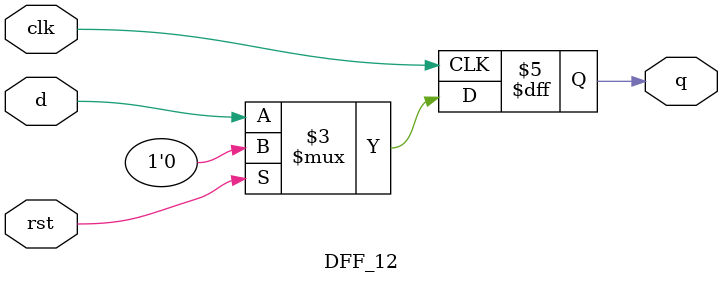
<source format=v>
`timescale 1ns / 1ps
module DFF_12(q,d,rst,clk
    );
input d,rst,clk;
output reg q;

always @(posedge clk)
if (rst)
q<=0;

else
q<=d;



endmodule

</source>
